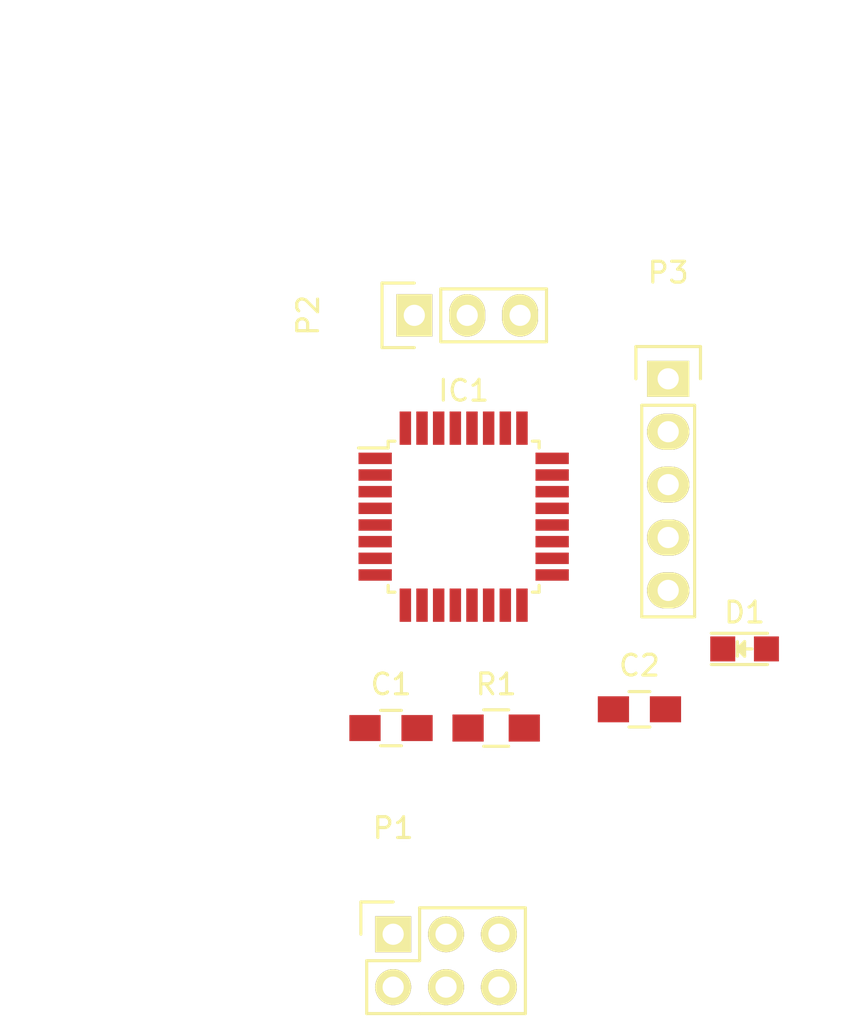
<source format=kicad_pcb>
(kicad_pcb (version 4) (host pcbnew 4.0.2-stable)

  (general
    (links 24)
    (no_connects 24)
    (area 180.2586 47.1626 204.374802 84.487401)
    (thickness 1.6)
    (drawings 2)
    (tracks 0)
    (zones 0)
    (modules 8)
    (nets 31)
  )

  (page A4)
  (layers
    (0 F.Cu signal)
    (31 B.Cu signal)
    (32 B.Adhes user)
    (33 F.Adhes user)
    (34 B.Paste user)
    (35 F.Paste user)
    (36 B.SilkS user)
    (37 F.SilkS user)
    (38 B.Mask user)
    (39 F.Mask user)
    (40 Dwgs.User user)
    (41 Cmts.User user)
    (42 Eco1.User user)
    (43 Eco2.User user)
    (44 Edge.Cuts user)
    (45 Margin user)
    (46 B.CrtYd user)
    (47 F.CrtYd user)
    (48 B.Fab user)
    (49 F.Fab user)
  )

  (setup
    (last_trace_width 0.1524)
    (trace_clearance 0.1524)
    (zone_clearance 0.508)
    (zone_45_only no)
    (trace_min 0.1524)
    (segment_width 0.2)
    (edge_width 0.15)
    (via_size 0.6858)
    (via_drill 0.4)
    (via_min_size 0.6858)
    (via_min_drill 0.3302)
    (uvia_size 0.3)
    (uvia_drill 0.1)
    (uvias_allowed no)
    (uvia_min_size 0.2)
    (uvia_min_drill 0.1)
    (pcb_text_width 0.3)
    (pcb_text_size 1.5 1.5)
    (mod_edge_width 0.15)
    (mod_text_size 1 1)
    (mod_text_width 0.15)
    (pad_size 1.524 1.524)
    (pad_drill 0.762)
    (pad_to_mask_clearance 0.2)
    (aux_axis_origin 0 0)
    (visible_elements FFFFF77F)
    (pcbplotparams
      (layerselection 0x010f0_80000001)
      (usegerberextensions true)
      (excludeedgelayer true)
      (linewidth 0.100000)
      (plotframeref false)
      (viasonmask false)
      (mode 1)
      (useauxorigin false)
      (hpglpennumber 1)
      (hpglpenspeed 20)
      (hpglpendiameter 15)
      (hpglpenoverlay 2)
      (psnegative false)
      (psa4output false)
      (plotreference true)
      (plotvalue true)
      (plotinvisibletext false)
      (padsonsilk false)
      (subtractmaskfromsilk true)
      (outputformat 1)
      (mirror false)
      (drillshape 0)
      (scaleselection 1)
      (outputdirectory ""))
  )

  (net 0 "")
  (net 1 +3V3)
  (net 2 GND)
  (net 3 "Net-(D1-Pad2)")
  (net 4 /PD3)
  (net 5 "Net-(IC1-Pad2)")
  (net 6 "Net-(IC1-Pad7)")
  (net 7 "Net-(IC1-Pad8)")
  (net 8 /PD5)
  (net 9 /PD6)
  (net 10 "Net-(IC1-Pad11)")
  (net 11 /PB0)
  (net 12 /PB1)
  (net 13 /PB2/SS)
  (net 14 /MOSI)
  (net 15 /MISO)
  (net 16 /SCK)
  (net 17 "Net-(IC1-Pad19)")
  (net 18 "Net-(IC1-Pad20)")
  (net 19 "Net-(IC1-Pad22)")
  (net 20 "Net-(IC1-Pad23)")
  (net 21 "Net-(IC1-Pad24)")
  (net 22 "Net-(IC1-Pad25)")
  (net 23 "Net-(IC1-Pad26)")
  (net 24 /SDA)
  (net 25 /SCL)
  (net 26 /RESET)
  (net 27 /RX)
  (net 28 /TX)
  (net 29 /INT0)
  (net 30 /CLK)

  (net_class Default "This is the default net class."
    (clearance 0.1524)
    (trace_width 0.1524)
    (via_dia 0.6858)
    (via_drill 0.4)
    (uvia_dia 0.3)
    (uvia_drill 0.1)
    (add_net +3V3)
    (add_net /CLK)
    (add_net /INT0)
    (add_net /MISO)
    (add_net /MOSI)
    (add_net /PB0)
    (add_net /PB1)
    (add_net /PB2/SS)
    (add_net /PD3)
    (add_net /PD5)
    (add_net /PD6)
    (add_net /RESET)
    (add_net /RX)
    (add_net /SCK)
    (add_net /SCL)
    (add_net /SDA)
    (add_net /TX)
    (add_net GND)
    (add_net "Net-(D1-Pad2)")
    (add_net "Net-(IC1-Pad11)")
    (add_net "Net-(IC1-Pad19)")
    (add_net "Net-(IC1-Pad2)")
    (add_net "Net-(IC1-Pad20)")
    (add_net "Net-(IC1-Pad22)")
    (add_net "Net-(IC1-Pad23)")
    (add_net "Net-(IC1-Pad24)")
    (add_net "Net-(IC1-Pad25)")
    (add_net "Net-(IC1-Pad26)")
    (add_net "Net-(IC1-Pad7)")
    (add_net "Net-(IC1-Pad8)")
  )

  (module Capacitors_SMD:C_0805_HandSoldering (layer F.Cu) (tedit 541A9B8D) (tstamp 5730BE87)
    (at 185.317401 70.1094)
    (descr "Capacitor SMD 0805, hand soldering")
    (tags "capacitor 0805")
    (path /5730B5DD)
    (attr smd)
    (fp_text reference C1 (at 0 -2.1) (layer F.SilkS)
      (effects (font (size 1 1) (thickness 0.15)))
    )
    (fp_text value 0.1uF (at 0 2.1) (layer F.Fab)
      (effects (font (size 1 1) (thickness 0.15)))
    )
    (fp_line (start -2.3 -1) (end 2.3 -1) (layer F.CrtYd) (width 0.05))
    (fp_line (start -2.3 1) (end 2.3 1) (layer F.CrtYd) (width 0.05))
    (fp_line (start -2.3 -1) (end -2.3 1) (layer F.CrtYd) (width 0.05))
    (fp_line (start 2.3 -1) (end 2.3 1) (layer F.CrtYd) (width 0.05))
    (fp_line (start 0.5 -0.85) (end -0.5 -0.85) (layer F.SilkS) (width 0.15))
    (fp_line (start -0.5 0.85) (end 0.5 0.85) (layer F.SilkS) (width 0.15))
    (pad 1 smd rect (at -1.25 0) (size 1.5 1.25) (layers F.Cu F.Paste F.Mask)
      (net 1 +3V3))
    (pad 2 smd rect (at 1.25 0) (size 1.5 1.25) (layers F.Cu F.Paste F.Mask)
      (net 2 GND))
    (model Capacitors_SMD.3dshapes/C_0805_HandSoldering.wrl
      (at (xyz 0 0 0))
      (scale (xyz 1 1 1))
      (rotate (xyz 0 0 0))
    )
  )

  (module Capacitors_SMD:C_0805_HandSoldering (layer F.Cu) (tedit 541A9B8D) (tstamp 5730BE8D)
    (at 197.247401 69.2094)
    (descr "Capacitor SMD 0805, hand soldering")
    (tags "capacitor 0805")
    (path /5730C6BE)
    (attr smd)
    (fp_text reference C2 (at 0 -2.1) (layer F.SilkS)
      (effects (font (size 1 1) (thickness 0.15)))
    )
    (fp_text value 10uF (at 0 2.1) (layer F.Fab)
      (effects (font (size 1 1) (thickness 0.15)))
    )
    (fp_line (start -2.3 -1) (end 2.3 -1) (layer F.CrtYd) (width 0.05))
    (fp_line (start -2.3 1) (end 2.3 1) (layer F.CrtYd) (width 0.05))
    (fp_line (start -2.3 -1) (end -2.3 1) (layer F.CrtYd) (width 0.05))
    (fp_line (start 2.3 -1) (end 2.3 1) (layer F.CrtYd) (width 0.05))
    (fp_line (start 0.5 -0.85) (end -0.5 -0.85) (layer F.SilkS) (width 0.15))
    (fp_line (start -0.5 0.85) (end 0.5 0.85) (layer F.SilkS) (width 0.15))
    (pad 1 smd rect (at -1.25 0) (size 1.5 1.25) (layers F.Cu F.Paste F.Mask)
      (net 1 +3V3))
    (pad 2 smd rect (at 1.25 0) (size 1.5 1.25) (layers F.Cu F.Paste F.Mask)
      (net 2 GND))
    (model Capacitors_SMD.3dshapes/C_0805_HandSoldering.wrl
      (at (xyz 0 0 0))
      (scale (xyz 1 1 1))
      (rotate (xyz 0 0 0))
    )
  )

  (module LEDs:LED_0805 (layer F.Cu) (tedit 55BDE1C2) (tstamp 5730BE93)
    (at 202.297401 66.3094)
    (descr "LED 0805 smd package")
    (tags "LED 0805 SMD")
    (path /5730B1CA)
    (attr smd)
    (fp_text reference D1 (at 0 -1.75) (layer F.SilkS)
      (effects (font (size 1 1) (thickness 0.15)))
    )
    (fp_text value LED (at 0 1.75) (layer F.Fab)
      (effects (font (size 1 1) (thickness 0.15)))
    )
    (fp_line (start -1.6 0.75) (end 1.1 0.75) (layer F.SilkS) (width 0.15))
    (fp_line (start -1.6 -0.75) (end 1.1 -0.75) (layer F.SilkS) (width 0.15))
    (fp_line (start -0.1 0.15) (end -0.1 -0.1) (layer F.SilkS) (width 0.15))
    (fp_line (start -0.1 -0.1) (end -0.25 0.05) (layer F.SilkS) (width 0.15))
    (fp_line (start -0.35 -0.35) (end -0.35 0.35) (layer F.SilkS) (width 0.15))
    (fp_line (start 0 0) (end 0.35 0) (layer F.SilkS) (width 0.15))
    (fp_line (start -0.35 0) (end 0 -0.35) (layer F.SilkS) (width 0.15))
    (fp_line (start 0 -0.35) (end 0 0.35) (layer F.SilkS) (width 0.15))
    (fp_line (start 0 0.35) (end -0.35 0) (layer F.SilkS) (width 0.15))
    (fp_line (start 1.9 -0.95) (end 1.9 0.95) (layer F.CrtYd) (width 0.05))
    (fp_line (start 1.9 0.95) (end -1.9 0.95) (layer F.CrtYd) (width 0.05))
    (fp_line (start -1.9 0.95) (end -1.9 -0.95) (layer F.CrtYd) (width 0.05))
    (fp_line (start -1.9 -0.95) (end 1.9 -0.95) (layer F.CrtYd) (width 0.05))
    (pad 2 smd rect (at 1.04902 0 180) (size 1.19888 1.19888) (layers F.Cu F.Paste F.Mask)
      (net 3 "Net-(D1-Pad2)"))
    (pad 1 smd rect (at -1.04902 0 180) (size 1.19888 1.19888) (layers F.Cu F.Paste F.Mask)
      (net 2 GND))
    (model LEDs.3dshapes/LED_0805.wrl
      (at (xyz 0 0 0))
      (scale (xyz 1 1 1))
      (rotate (xyz 0 0 0))
    )
  )

  (module Housings_QFP:TQFP-32_7x7mm_Pitch0.8mm (layer F.Cu) (tedit 54130A77) (tstamp 5730BEB7)
    (at 188.805495 59.9594)
    (descr "32-Lead Plastic Thin Quad Flatpack (PT) - 7x7x1.0 mm Body, 2.00 mm [TQFP] (see Microchip Packaging Specification 00000049BS.pdf)")
    (tags "QFP 0.8")
    (path /5730AF65)
    (attr smd)
    (fp_text reference IC1 (at 0 -6.05) (layer F.SilkS)
      (effects (font (size 1 1) (thickness 0.15)))
    )
    (fp_text value ATMEGA328P-A (at 0 6.05) (layer F.Fab)
      (effects (font (size 1 1) (thickness 0.15)))
    )
    (fp_line (start -5.3 -5.3) (end -5.3 5.3) (layer F.CrtYd) (width 0.05))
    (fp_line (start 5.3 -5.3) (end 5.3 5.3) (layer F.CrtYd) (width 0.05))
    (fp_line (start -5.3 -5.3) (end 5.3 -5.3) (layer F.CrtYd) (width 0.05))
    (fp_line (start -5.3 5.3) (end 5.3 5.3) (layer F.CrtYd) (width 0.05))
    (fp_line (start -3.625 -3.625) (end -3.625 -3.3) (layer F.SilkS) (width 0.15))
    (fp_line (start 3.625 -3.625) (end 3.625 -3.3) (layer F.SilkS) (width 0.15))
    (fp_line (start 3.625 3.625) (end 3.625 3.3) (layer F.SilkS) (width 0.15))
    (fp_line (start -3.625 3.625) (end -3.625 3.3) (layer F.SilkS) (width 0.15))
    (fp_line (start -3.625 -3.625) (end -3.3 -3.625) (layer F.SilkS) (width 0.15))
    (fp_line (start -3.625 3.625) (end -3.3 3.625) (layer F.SilkS) (width 0.15))
    (fp_line (start 3.625 3.625) (end 3.3 3.625) (layer F.SilkS) (width 0.15))
    (fp_line (start 3.625 -3.625) (end 3.3 -3.625) (layer F.SilkS) (width 0.15))
    (fp_line (start -3.625 -3.3) (end -5.05 -3.3) (layer F.SilkS) (width 0.15))
    (pad 1 smd rect (at -4.25 -2.8) (size 1.6 0.55) (layers F.Cu F.Paste F.Mask)
      (net 4 /PD3))
    (pad 2 smd rect (at -4.25 -2) (size 1.6 0.55) (layers F.Cu F.Paste F.Mask)
      (net 5 "Net-(IC1-Pad2)"))
    (pad 3 smd rect (at -4.25 -1.2) (size 1.6 0.55) (layers F.Cu F.Paste F.Mask)
      (net 2 GND))
    (pad 4 smd rect (at -4.25 -0.4) (size 1.6 0.55) (layers F.Cu F.Paste F.Mask)
      (net 1 +3V3))
    (pad 5 smd rect (at -4.25 0.4) (size 1.6 0.55) (layers F.Cu F.Paste F.Mask)
      (net 2 GND))
    (pad 6 smd rect (at -4.25 1.2) (size 1.6 0.55) (layers F.Cu F.Paste F.Mask)
      (net 1 +3V3))
    (pad 7 smd rect (at -4.25 2) (size 1.6 0.55) (layers F.Cu F.Paste F.Mask)
      (net 6 "Net-(IC1-Pad7)"))
    (pad 8 smd rect (at -4.25 2.8) (size 1.6 0.55) (layers F.Cu F.Paste F.Mask)
      (net 7 "Net-(IC1-Pad8)"))
    (pad 9 smd rect (at -2.8 4.25 90) (size 1.6 0.55) (layers F.Cu F.Paste F.Mask)
      (net 8 /PD5))
    (pad 10 smd rect (at -2 4.25 90) (size 1.6 0.55) (layers F.Cu F.Paste F.Mask)
      (net 9 /PD6))
    (pad 11 smd rect (at -1.2 4.25 90) (size 1.6 0.55) (layers F.Cu F.Paste F.Mask)
      (net 10 "Net-(IC1-Pad11)"))
    (pad 12 smd rect (at -0.4 4.25 90) (size 1.6 0.55) (layers F.Cu F.Paste F.Mask)
      (net 11 /PB0))
    (pad 13 smd rect (at 0.4 4.25 90) (size 1.6 0.55) (layers F.Cu F.Paste F.Mask)
      (net 12 /PB1))
    (pad 14 smd rect (at 1.2 4.25 90) (size 1.6 0.55) (layers F.Cu F.Paste F.Mask)
      (net 13 /PB2/SS))
    (pad 15 smd rect (at 2 4.25 90) (size 1.6 0.55) (layers F.Cu F.Paste F.Mask)
      (net 14 /MOSI))
    (pad 16 smd rect (at 2.8 4.25 90) (size 1.6 0.55) (layers F.Cu F.Paste F.Mask)
      (net 15 /MISO))
    (pad 17 smd rect (at 4.25 2.8) (size 1.6 0.55) (layers F.Cu F.Paste F.Mask)
      (net 16 /SCK))
    (pad 18 smd rect (at 4.25 2) (size 1.6 0.55) (layers F.Cu F.Paste F.Mask)
      (net 1 +3V3))
    (pad 19 smd rect (at 4.25 1.2) (size 1.6 0.55) (layers F.Cu F.Paste F.Mask)
      (net 17 "Net-(IC1-Pad19)"))
    (pad 20 smd rect (at 4.25 0.4) (size 1.6 0.55) (layers F.Cu F.Paste F.Mask)
      (net 18 "Net-(IC1-Pad20)"))
    (pad 21 smd rect (at 4.25 -0.4) (size 1.6 0.55) (layers F.Cu F.Paste F.Mask)
      (net 2 GND))
    (pad 22 smd rect (at 4.25 -1.2) (size 1.6 0.55) (layers F.Cu F.Paste F.Mask)
      (net 19 "Net-(IC1-Pad22)"))
    (pad 23 smd rect (at 4.25 -2) (size 1.6 0.55) (layers F.Cu F.Paste F.Mask)
      (net 20 "Net-(IC1-Pad23)"))
    (pad 24 smd rect (at 4.25 -2.8) (size 1.6 0.55) (layers F.Cu F.Paste F.Mask)
      (net 21 "Net-(IC1-Pad24)"))
    (pad 25 smd rect (at 2.8 -4.25 90) (size 1.6 0.55) (layers F.Cu F.Paste F.Mask)
      (net 22 "Net-(IC1-Pad25)"))
    (pad 26 smd rect (at 2 -4.25 90) (size 1.6 0.55) (layers F.Cu F.Paste F.Mask)
      (net 23 "Net-(IC1-Pad26)"))
    (pad 27 smd rect (at 1.2 -4.25 90) (size 1.6 0.55) (layers F.Cu F.Paste F.Mask)
      (net 24 /SDA))
    (pad 28 smd rect (at 0.4 -4.25 90) (size 1.6 0.55) (layers F.Cu F.Paste F.Mask)
      (net 25 /SCL))
    (pad 29 smd rect (at -0.4 -4.25 90) (size 1.6 0.55) (layers F.Cu F.Paste F.Mask)
      (net 26 /RESET))
    (pad 30 smd rect (at -1.2 -4.25 90) (size 1.6 0.55) (layers F.Cu F.Paste F.Mask)
      (net 27 /RX))
    (pad 31 smd rect (at -2 -4.25 90) (size 1.6 0.55) (layers F.Cu F.Paste F.Mask)
      (net 28 /TX))
    (pad 32 smd rect (at -2.8 -4.25 90) (size 1.6 0.55) (layers F.Cu F.Paste F.Mask)
      (net 29 /INT0))
    (model Housings_QFP.3dshapes/TQFP-32_7x7mm_Pitch0.8mm.wrl
      (at (xyz 0 0 0))
      (scale (xyz 1 1 1))
      (rotate (xyz 0 0 0))
    )
  )

  (module Socket_Strips:Socket_Strip_Straight_2x03 (layer F.Cu) (tedit 54E9F9C7) (tstamp 5730BEC1)
    (at 185.42 80.01)
    (descr "Through hole socket strip")
    (tags "socket strip")
    (path /5730BC3F)
    (fp_text reference P1 (at 0 -5.1) (layer F.SilkS)
      (effects (font (size 1 1) (thickness 0.15)))
    )
    (fp_text value ISCP (at 0 -3.1) (layer F.Fab)
      (effects (font (size 1 1) (thickness 0.15)))
    )
    (fp_line (start 6.35 -1.27) (end 1.27 -1.27) (layer F.SilkS) (width 0.15))
    (fp_line (start -1.55 -1.55) (end 0 -1.55) (layer F.SilkS) (width 0.15))
    (fp_line (start -1.75 -1.75) (end -1.75 4.3) (layer F.CrtYd) (width 0.05))
    (fp_line (start 6.85 -1.75) (end 6.85 4.3) (layer F.CrtYd) (width 0.05))
    (fp_line (start -1.75 -1.75) (end 6.85 -1.75) (layer F.CrtYd) (width 0.05))
    (fp_line (start -1.75 4.3) (end 6.85 4.3) (layer F.CrtYd) (width 0.05))
    (fp_line (start -1.27 1.27) (end 1.27 1.27) (layer F.SilkS) (width 0.15))
    (fp_line (start 1.27 1.27) (end 1.27 -1.27) (layer F.SilkS) (width 0.15))
    (fp_line (start 6.35 -1.27) (end 6.35 3.81) (layer F.SilkS) (width 0.15))
    (fp_line (start 6.35 3.81) (end 1.27 3.81) (layer F.SilkS) (width 0.15))
    (fp_line (start -1.55 -1.55) (end -1.55 0) (layer F.SilkS) (width 0.15))
    (fp_line (start -1.27 3.81) (end -1.27 1.27) (layer F.SilkS) (width 0.15))
    (fp_line (start 1.27 3.81) (end -1.27 3.81) (layer F.SilkS) (width 0.15))
    (pad 1 thru_hole rect (at 0 0) (size 1.7272 1.7272) (drill 1.016) (layers *.Cu *.Mask F.SilkS)
      (net 15 /MISO))
    (pad 2 thru_hole oval (at 0 2.54) (size 1.7272 1.7272) (drill 1.016) (layers *.Cu *.Mask F.SilkS)
      (net 1 +3V3))
    (pad 3 thru_hole oval (at 2.54 0) (size 1.7272 1.7272) (drill 1.016) (layers *.Cu *.Mask F.SilkS)
      (net 30 /CLK))
    (pad 4 thru_hole oval (at 2.54 2.54) (size 1.7272 1.7272) (drill 1.016) (layers *.Cu *.Mask F.SilkS)
      (net 14 /MOSI))
    (pad 5 thru_hole oval (at 5.08 0) (size 1.7272 1.7272) (drill 1.016) (layers *.Cu *.Mask F.SilkS)
      (net 26 /RESET))
    (pad 6 thru_hole oval (at 5.08 2.54) (size 1.7272 1.7272) (drill 1.016) (layers *.Cu *.Mask F.SilkS)
      (net 2 GND))
    (model Socket_Strips.3dshapes/Socket_Strip_Straight_2x03.wrl
      (at (xyz 0.1 -0.05 0))
      (scale (xyz 1 1 1))
      (rotate (xyz 0 0 180))
    )
  )

  (module Pin_Headers:Pin_Header_Straight_1x03 (layer F.Cu) (tedit 0) (tstamp 5730BEC8)
    (at 186.436 50.292 90)
    (descr "Through hole pin header")
    (tags "pin header")
    (path /5730C01F)
    (fp_text reference P2 (at 0 -5.1 90) (layer F.SilkS)
      (effects (font (size 1 1) (thickness 0.15)))
    )
    (fp_text value SERIAL (at 0 -3.1 90) (layer F.Fab)
      (effects (font (size 1 1) (thickness 0.15)))
    )
    (fp_line (start -1.75 -1.75) (end -1.75 6.85) (layer F.CrtYd) (width 0.05))
    (fp_line (start 1.75 -1.75) (end 1.75 6.85) (layer F.CrtYd) (width 0.05))
    (fp_line (start -1.75 -1.75) (end 1.75 -1.75) (layer F.CrtYd) (width 0.05))
    (fp_line (start -1.75 6.85) (end 1.75 6.85) (layer F.CrtYd) (width 0.05))
    (fp_line (start -1.27 1.27) (end -1.27 6.35) (layer F.SilkS) (width 0.15))
    (fp_line (start -1.27 6.35) (end 1.27 6.35) (layer F.SilkS) (width 0.15))
    (fp_line (start 1.27 6.35) (end 1.27 1.27) (layer F.SilkS) (width 0.15))
    (fp_line (start 1.55 -1.55) (end 1.55 0) (layer F.SilkS) (width 0.15))
    (fp_line (start 1.27 1.27) (end -1.27 1.27) (layer F.SilkS) (width 0.15))
    (fp_line (start -1.55 0) (end -1.55 -1.55) (layer F.SilkS) (width 0.15))
    (fp_line (start -1.55 -1.55) (end 1.55 -1.55) (layer F.SilkS) (width 0.15))
    (pad 1 thru_hole rect (at 0 0 90) (size 2.032 1.7272) (drill 1.016) (layers *.Cu *.Mask F.SilkS)
      (net 2 GND))
    (pad 2 thru_hole oval (at 0 2.54 90) (size 2.032 1.7272) (drill 1.016) (layers *.Cu *.Mask F.SilkS)
      (net 28 /TX))
    (pad 3 thru_hole oval (at 0 5.08 90) (size 2.032 1.7272) (drill 1.016) (layers *.Cu *.Mask F.SilkS)
      (net 27 /RX))
    (model Pin_Headers.3dshapes/Pin_Header_Straight_1x03.wrl
      (at (xyz 0 -0.1 0))
      (scale (xyz 1 1 1))
      (rotate (xyz 0 0 90))
    )
  )

  (module Pin_Headers:Pin_Header_Straight_1x05 (layer F.Cu) (tedit 54EA0684) (tstamp 5730BED1)
    (at 198.628 53.34)
    (descr "Through hole pin header")
    (tags "pin header")
    (path /5730C351)
    (fp_text reference P3 (at 0 -5.1) (layer F.SilkS)
      (effects (font (size 1 1) (thickness 0.15)))
    )
    (fp_text value CONN_01X05 (at 0 -3.1) (layer F.Fab)
      (effects (font (size 1 1) (thickness 0.15)))
    )
    (fp_line (start -1.55 0) (end -1.55 -1.55) (layer F.SilkS) (width 0.15))
    (fp_line (start -1.55 -1.55) (end 1.55 -1.55) (layer F.SilkS) (width 0.15))
    (fp_line (start 1.55 -1.55) (end 1.55 0) (layer F.SilkS) (width 0.15))
    (fp_line (start -1.75 -1.75) (end -1.75 11.95) (layer F.CrtYd) (width 0.05))
    (fp_line (start 1.75 -1.75) (end 1.75 11.95) (layer F.CrtYd) (width 0.05))
    (fp_line (start -1.75 -1.75) (end 1.75 -1.75) (layer F.CrtYd) (width 0.05))
    (fp_line (start -1.75 11.95) (end 1.75 11.95) (layer F.CrtYd) (width 0.05))
    (fp_line (start 1.27 1.27) (end 1.27 11.43) (layer F.SilkS) (width 0.15))
    (fp_line (start 1.27 11.43) (end -1.27 11.43) (layer F.SilkS) (width 0.15))
    (fp_line (start -1.27 11.43) (end -1.27 1.27) (layer F.SilkS) (width 0.15))
    (fp_line (start 1.27 1.27) (end -1.27 1.27) (layer F.SilkS) (width 0.15))
    (pad 1 thru_hole rect (at 0 0) (size 2.032 1.7272) (drill 1.016) (layers *.Cu *.Mask F.SilkS)
      (net 2 GND))
    (pad 2 thru_hole oval (at 0 2.54) (size 2.032 1.7272) (drill 1.016) (layers *.Cu *.Mask F.SilkS)
      (net 1 +3V3))
    (pad 3 thru_hole oval (at 0 5.08) (size 2.032 1.7272) (drill 1.016) (layers *.Cu *.Mask F.SilkS)
      (net 25 /SCL))
    (pad 4 thru_hole oval (at 0 7.62) (size 2.032 1.7272) (drill 1.016) (layers *.Cu *.Mask F.SilkS)
      (net 24 /SDA))
    (pad 5 thru_hole oval (at 0 10.16) (size 2.032 1.7272) (drill 1.016) (layers *.Cu *.Mask F.SilkS)
      (net 29 /INT0))
    (model Pin_Headers.3dshapes/Pin_Header_Straight_1x05.wrl
      (at (xyz 0 -0.2 0))
      (scale (xyz 1 1 1))
      (rotate (xyz 0 0 90))
    )
  )

  (module Resistors_SMD:R_0805_HandSoldering (layer F.Cu) (tedit 54189DEE) (tstamp 5730BED7)
    (at 190.367401 70.1094)
    (descr "Resistor SMD 0805, hand soldering")
    (tags "resistor 0805")
    (path /5730B22C)
    (attr smd)
    (fp_text reference R1 (at 0 -2.1) (layer F.SilkS)
      (effects (font (size 1 1) (thickness 0.15)))
    )
    (fp_text value 820 (at 0 2.1) (layer F.Fab)
      (effects (font (size 1 1) (thickness 0.15)))
    )
    (fp_line (start -2.4 -1) (end 2.4 -1) (layer F.CrtYd) (width 0.05))
    (fp_line (start -2.4 1) (end 2.4 1) (layer F.CrtYd) (width 0.05))
    (fp_line (start -2.4 -1) (end -2.4 1) (layer F.CrtYd) (width 0.05))
    (fp_line (start 2.4 -1) (end 2.4 1) (layer F.CrtYd) (width 0.05))
    (fp_line (start 0.6 0.875) (end -0.6 0.875) (layer F.SilkS) (width 0.15))
    (fp_line (start -0.6 -0.875) (end 0.6 -0.875) (layer F.SilkS) (width 0.15))
    (pad 1 smd rect (at -1.35 0) (size 1.5 1.3) (layers F.Cu F.Paste F.Mask)
      (net 3 "Net-(D1-Pad2)"))
    (pad 2 smd rect (at 1.35 0) (size 1.5 1.3) (layers F.Cu F.Paste F.Mask)
      (net 11 /PB0))
    (model Resistors_SMD.3dshapes/R_0805_HandSoldering.wrl
      (at (xyz 0 0 0))
      (scale (xyz 1 1 1))
      (rotate (xyz 0 0 0))
    )
  )

  (dimension 25.40127 (width 0.3) (layer Cmts.User)
    (gr_text "1.0000 in" (at 169.224909 61.087661 270.5729387) (layer Cmts.User)
      (effects (font (size 1.5 1.5) (thickness 0.3)))
    )
    (feature1 (pts (xy 182.118 73.66) (xy 168.001977 73.801161)))
    (feature2 (pts (xy 181.864 48.26) (xy 167.747977 48.401161)))
    (crossbar (pts (xy 170.447842 48.374162) (xy 170.701842 73.774162)))
    (arrow1a (pts (xy 170.701842 73.774162) (xy 170.104186 72.653578)))
    (arrow1b (pts (xy 170.701842 73.774162) (xy 171.276969 72.641851)))
    (arrow2a (pts (xy 170.447842 48.374162) (xy 169.872715 49.506473)))
    (arrow2b (pts (xy 170.447842 48.374162) (xy 171.045498 49.494746)))
  )
  (dimension 25.4 (width 0.3) (layer Cmts.User)
    (gr_text "1.0000 in" (at 194.564 37.004) (layer Cmts.User)
      (effects (font (size 1.5 1.5) (thickness 0.3)))
    )
    (feature1 (pts (xy 207.264 48.006) (xy 207.264 35.654)))
    (feature2 (pts (xy 181.864 48.006) (xy 181.864 35.654)))
    (crossbar (pts (xy 181.864 38.354) (xy 207.264 38.354)))
    (arrow1a (pts (xy 207.264 38.354) (xy 206.137496 38.940421)))
    (arrow1b (pts (xy 207.264 38.354) (xy 206.137496 37.767579)))
    (arrow2a (pts (xy 181.864 38.354) (xy 182.990504 38.940421)))
    (arrow2b (pts (xy 181.864 38.354) (xy 182.990504 37.767579)))
  )

)

</source>
